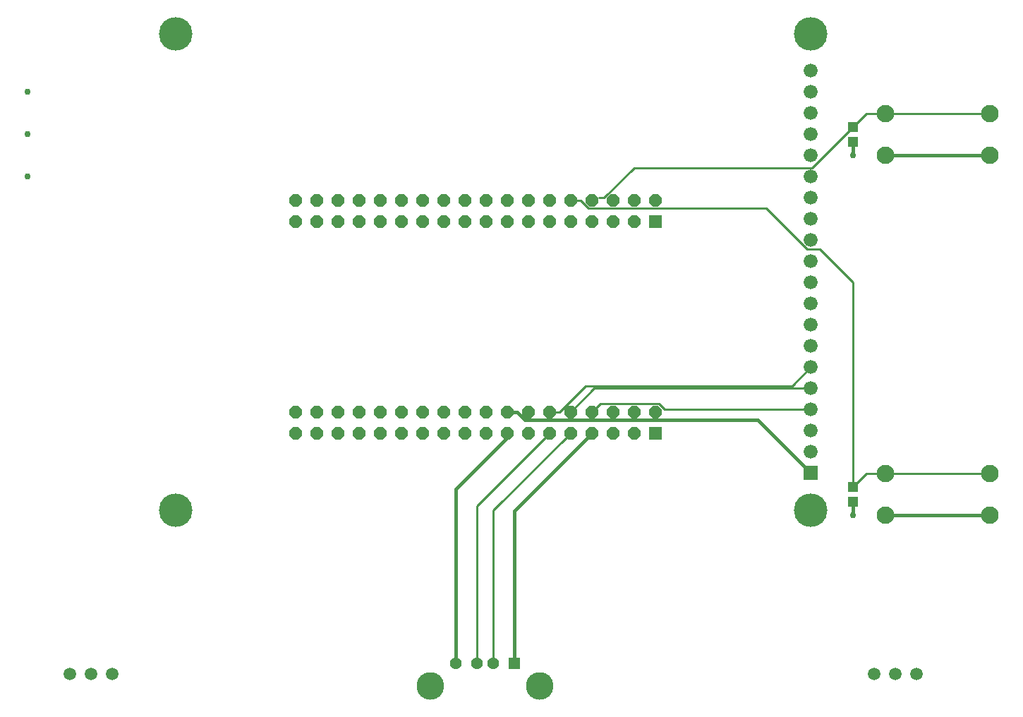
<source format=gbr>
G04 EAGLE Gerber RS-274X export*
G75*
%MOMM*%
%FSLAX34Y34*%
%LPD*%
%INBottom Copper*%
%IPPOS*%
%AMOC8*
5,1,8,0,0,1.08239X$1,22.5*%
G01*
%ADD10R,1.428000X1.428000*%
%ADD11C,1.428000*%
%ADD12C,3.316000*%
%ADD13C,1.508000*%
%ADD14R,1.270000X1.143000*%
%ADD15C,2.100000*%
%ADD16R,1.676400X1.676400*%
%ADD17C,1.676400*%
%ADD18C,4.016000*%
%ADD19R,1.524000X1.524000*%
%ADD20P,1.649562X8X202.500000*%
%ADD21C,0.381000*%
%ADD22C,0.756400*%
%ADD23C,0.254000*%


D10*
X660400Y177800D03*
D11*
X635400Y177800D03*
X615400Y177800D03*
X590400Y177800D03*
D12*
X691100Y150700D03*
X559700Y150700D03*
D13*
X177400Y165100D03*
X152400Y165100D03*
X127400Y165100D03*
X1142600Y165100D03*
X1117600Y165100D03*
X1092600Y165100D03*
D14*
X1066800Y821690D03*
X1066800Y803910D03*
X1066800Y389890D03*
X1066800Y372110D03*
D15*
X1105900Y837800D03*
X1105900Y787800D03*
X1230900Y787800D03*
X1230900Y837800D03*
X1105900Y406000D03*
X1105900Y356000D03*
X1230900Y356000D03*
X1230900Y406000D03*
D16*
X1016000Y406400D03*
D17*
X1016000Y431800D03*
X1016000Y457200D03*
X1016000Y482600D03*
X1016000Y508000D03*
X1016000Y533400D03*
X1016000Y558800D03*
X1016000Y584200D03*
X1016000Y609600D03*
X1016000Y635000D03*
X1016000Y660400D03*
X1016000Y685800D03*
X1016000Y711200D03*
X1016000Y736600D03*
X1016000Y762000D03*
X1016000Y787400D03*
X1016000Y812800D03*
X1016000Y838200D03*
X1016000Y863600D03*
X1016000Y889000D03*
D18*
X1016000Y361950D03*
X1016000Y933450D03*
X254000Y361950D03*
X254000Y933450D03*
D19*
X829900Y454400D03*
D20*
X829900Y479800D03*
X804500Y454400D03*
X804500Y479800D03*
X779100Y454400D03*
X779100Y479800D03*
X753700Y454400D03*
X753700Y479800D03*
X728300Y454400D03*
X728300Y479800D03*
X702900Y454400D03*
X702900Y479800D03*
X677500Y454400D03*
X677500Y479800D03*
X652100Y454400D03*
X652100Y479800D03*
X626700Y454400D03*
X626700Y479800D03*
X601300Y454400D03*
X601300Y479800D03*
X575900Y454400D03*
X575900Y479800D03*
X550500Y454400D03*
X550500Y479800D03*
X525100Y454400D03*
X525100Y479800D03*
X499700Y454400D03*
X499700Y479800D03*
X474300Y454400D03*
X474300Y479800D03*
X448900Y454400D03*
X448900Y479800D03*
X423500Y454400D03*
X423500Y479800D03*
X398100Y454400D03*
X398100Y479800D03*
D19*
X829900Y708400D03*
D20*
X829900Y733800D03*
X804500Y708400D03*
X804500Y733800D03*
X779100Y708400D03*
X779100Y733800D03*
X753700Y708400D03*
X753700Y733800D03*
X728300Y708400D03*
X728300Y733800D03*
X702900Y708400D03*
X702900Y733800D03*
X677500Y708400D03*
X677500Y733800D03*
X652100Y708400D03*
X652100Y733800D03*
X626700Y708400D03*
X626700Y733800D03*
X601300Y708400D03*
X601300Y733800D03*
X575900Y708400D03*
X575900Y733800D03*
X550500Y708400D03*
X550500Y733800D03*
X525100Y708400D03*
X525100Y733800D03*
X499700Y708400D03*
X499700Y733800D03*
X474300Y708400D03*
X474300Y733800D03*
X448900Y708400D03*
X448900Y733800D03*
X423500Y708400D03*
X423500Y733800D03*
X398100Y708400D03*
X398100Y733800D03*
D21*
X1105900Y356000D02*
X1230900Y356000D01*
X1230900Y787800D02*
X1105900Y787800D01*
D22*
X76200Y762000D03*
X76200Y812800D03*
X76200Y863600D03*
X1066800Y355600D03*
D21*
X1066800Y372110D01*
X1066800Y787400D02*
X1066800Y803910D01*
D22*
X1066800Y787400D03*
D23*
X1082910Y837800D02*
X1105900Y837800D01*
X1082910Y837800D02*
X1066800Y821690D01*
X1105900Y837800D02*
X1230900Y837800D01*
X1066800Y821690D02*
X1017778Y772668D01*
X767891Y736600D02*
X762000Y736600D01*
X803959Y772668D02*
X1017778Y772668D01*
X803959Y772668D02*
X767891Y736600D01*
X1082910Y406000D02*
X1105900Y406000D01*
X1082910Y406000D02*
X1066800Y389890D01*
X1105900Y406000D02*
X1230900Y406000D01*
X1066800Y389890D02*
X1066800Y635000D01*
X1026668Y675132D01*
X739691Y733800D02*
X728300Y733800D01*
X1011581Y675132D02*
X1026668Y675132D01*
X749597Y723894D02*
X739691Y733800D01*
X962819Y723894D02*
X1011581Y675132D01*
X962819Y723894D02*
X749597Y723894D01*
D21*
X660400Y361100D02*
X660400Y177800D01*
X660400Y361100D02*
X753700Y454400D01*
X590400Y387200D02*
X590400Y177800D01*
X652100Y448900D02*
X652100Y454400D01*
X652100Y448900D02*
X590400Y387200D01*
D23*
X615400Y366900D02*
X615400Y177800D01*
X615400Y366900D02*
X702900Y454400D01*
X635400Y361500D02*
X635400Y177800D01*
X635400Y361500D02*
X728300Y454400D01*
X756500Y508000D02*
X1016000Y508000D01*
X756500Y508000D02*
X728300Y479800D01*
X993648Y511048D02*
X1016000Y533400D01*
X714291Y479800D02*
X702900Y479800D01*
X745539Y511048D02*
X993648Y511048D01*
X745539Y511048D02*
X714291Y479800D01*
X841109Y482600D02*
X1016000Y482600D01*
X841109Y482600D02*
X834003Y489706D01*
X763606Y489706D01*
X753700Y479800D01*
D21*
X663491Y479800D02*
X652100Y479800D01*
X663491Y479800D02*
X673397Y469894D01*
X952506Y469894D02*
X1016000Y406400D01*
X952506Y469894D02*
X673397Y469894D01*
M02*

</source>
